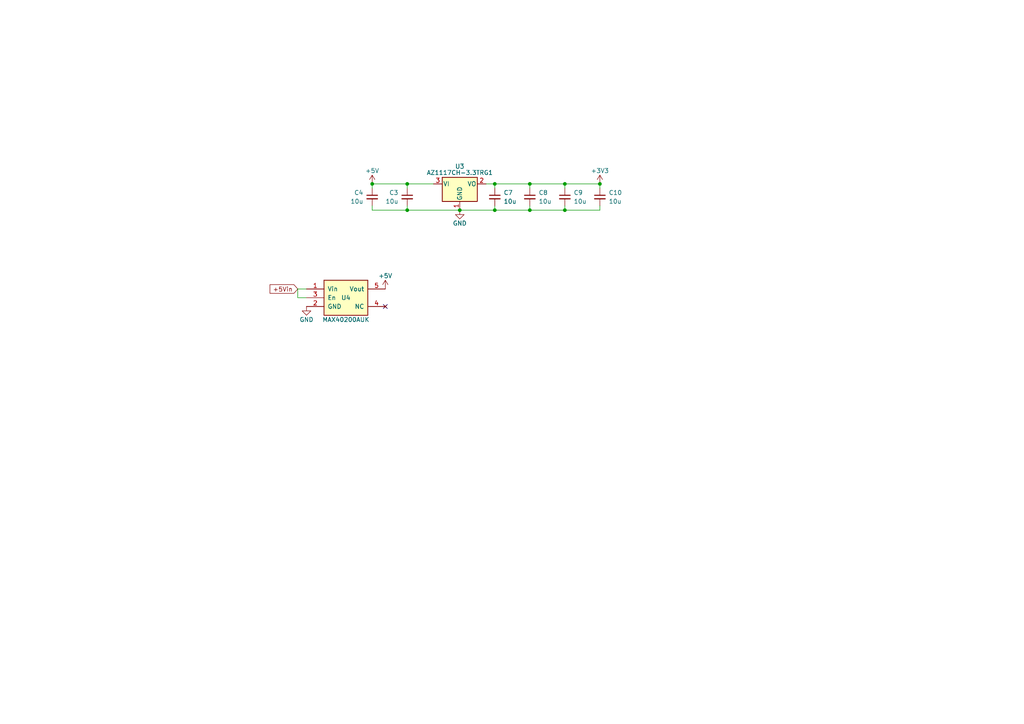
<source format=kicad_sch>
(kicad_sch (version 20231120) (generator "eeschema") (generator_version "8.0")
  (paper "A4")
  (title_block (title "WarpSE (GW4410A)") (date "2024-04-23") (rev "1.0") (company "Garrett's Workshop"))
  (lib_symbols
    (symbol "Device:C_Small" (pin_numbers hide) (pin_names (offset 0.254) hide)
      (property "Reference" "C" (at 0.254 1.778 0))
      (property "Value" "C_Small" (at 0.254 -2.032 0))
      (symbol "C_Small_0_1"
        (polyline (pts (xy -1.524 -0.508) (xy 1.524 -0.508)) (stroke (width 0.3302)))
        (polyline (pts (xy -1.524 0.508) (xy 1.524 0.508)) (stroke (width 0.3048)))
      )
      (symbol "C_Small_1_1"
        (pin passive line (at 0 2.54 270) (length 2.032) (name "~") (number "1"))
        (pin passive line (at 0 -2.54 90) (length 2.032) (name "~") (number "2"))
      )
    )
    (symbol "GW_Power:MAX40200AUK" (pin_names (offset 1.016))
      (property "Reference" "U" (at 0 6.35 0))
      (property "Value" "MAX40200AUK" (at 0 -6.35 0))
      (property "Footprint" "stdpads:SOT-353" (at 0 -7.62 0))
      (symbol "MAX40200AUK_0_1"
        (rectangle (start -6.35 5.08) (end 6.35 -5.08) (stroke (width 0.254)) (fill (type background)))
      )
      (symbol "MAX40200AUK_1_1"
        (pin power_in line (at -11.43 2.54 0) (length 5.08) (name "Vin") (number "1"))
        (pin power_in line (at -11.43 -2.54 0) (length 5.08) (name "GND") (number "2"))
        (pin input line (at -11.43 0 0) (length 5.08) (name "En") (number "3"))
        (pin no_connect line (at 11.43 -2.54 180) (length 5.08) (name "NC") (number "4"))
        (pin power_out line (at 11.43 2.54 180) (length 5.08) (name "Vout") (number "5"))
      )
    )
    (symbol "Regulator_Linear:AP1117-33" (pin_names (offset 0.254))
      (property "Reference" "U" (at -3.81 3.175 0))
      (property "Value" "AP1117-33" (at 0 3.175 0))
      (symbol "AP1117-33_0_1"
        (rectangle (start -5.08 -5.08) (end 5.08 1.905) (stroke (width 0.254)) (fill (type background)))
      )
      (symbol "AP1117-33_1_1"
        (pin power_in line (at 0 -7.62 90) (length 2.54) (name "GND") (number "1"))
        (pin power_out line (at 7.62 0 180) (length 2.54) (name "VO") (number "2"))
        (pin power_in line (at -7.62 0 0) (length 2.54) (name "VI") (number "3"))
      )
    )
    (symbol "power:+3V3" (power) (pin_names (offset 0))
      (property "Value" "+3V3" (at 0 3.556 0))
      (symbol "+3V3_0_1"
        (polyline (pts (xy -0.762 1.27) (xy 0 2.54)))
        (polyline (pts (xy 0 0) (xy 0 2.54)))
        (polyline (pts (xy 0 2.54) (xy 0.762 1.27)))
      )
      (symbol "+3V3_1_1"
        (pin power_in line (at 0 0 90) (length 0) hide (name "+3V3") (number "1"))
      )
    )
    (symbol "power:+5V" (power) (pin_names (offset 0))
      (property "Value" "+5V" (at 0 3.556 0))
      (symbol "+5V_0_1"
        (polyline (pts (xy -0.762 1.27) (xy 0 2.54)))
        (polyline (pts (xy 0 0) (xy 0 2.54)))
        (polyline (pts (xy 0 2.54) (xy 0.762 1.27)))
      )
      (symbol "+5V_1_1"
        (pin power_in line (at 0 0 90) (length 0) hide (name "+5V") (number "1"))
      )
    )
    (symbol "power:GND" (power) (pin_names (offset 0))
      (property "Value" "GND" (at 0 -3.81 0))
      (symbol "GND_0_1"
        (polyline (pts (xy 0 0) (xy 0 -1.27) (xy 1.27 -1.27) (xy 0 -2.54) (xy -1.27 -1.27) (xy 0 -1.27)))
      )
      (symbol "GND_1_1"
        (pin power_in line (at 0 0 270) (length 0) hide (name "GND") (number "1"))
      )
    )
  )
  (junction (at 153.67 60.96))
  (junction (at 133.35 60.96))
  (junction (at 163.83 60.96))
  (junction (at 118.11 60.96))
  (junction (at 153.67 53.34))
  (junction (at 143.51 53.34))
  (junction (at 107.95 53.34))
  (junction (at 118.11 53.34))
  (junction (at 173.99 53.34))
  (junction (at 163.83 53.34))
  (junction (at 143.51 60.96))
  (no_connect (at 111.76 88.9))
  (wire (pts (xy 163.83 53.34) (xy 173.99 53.34)))
  (wire (pts (xy 163.83 60.96) (xy 153.67 60.96)))
  (wire (pts (xy 133.35 60.96) (xy 143.51 60.96)))
  (wire (pts (xy 153.67 53.34) (xy 163.83 53.34)))
  (wire (pts (xy 118.11 53.34) (xy 107.95 53.34)))
  (wire (pts (xy 118.11 53.34) (xy 125.73 53.34)))
  (wire (pts (xy 107.95 60.96) (xy 118.11 60.96)))
  (wire (pts (xy 86.36 83.82) (xy 88.9 83.82)))
  (wire (pts (xy 118.11 59.69) (xy 118.11 60.96)))
  (wire (pts (xy 107.95 53.34) (xy 107.95 54.61)))
  (wire (pts (xy 153.67 59.69) (xy 153.67 60.96)))
  (wire (pts (xy 163.83 59.69) (xy 163.83 60.96)))
  (wire (pts (xy 163.83 53.34) (xy 163.83 54.61)))
  (wire (pts (xy 86.36 86.36) (xy 88.9 86.36)))
  (wire (pts (xy 153.67 53.34) (xy 153.67 54.61)))
  (wire (pts (xy 107.95 59.69) (xy 107.95 60.96)))
  (wire (pts (xy 143.51 60.96) (xy 143.51 59.69)))
  (wire (pts (xy 173.99 59.69) (xy 173.99 60.96)))
  (wire (pts (xy 140.97 53.34) (xy 143.51 53.34)))
  (wire (pts (xy 173.99 53.34) (xy 173.99 54.61)))
  (wire (pts (xy 118.11 60.96) (xy 133.35 60.96)))
  (wire (pts (xy 143.51 53.34) (xy 143.51 54.61)))
  (wire (pts (xy 118.11 53.34) (xy 118.11 54.61)))
  (wire (pts (xy 86.36 83.82) (xy 86.36 86.36)))
  (wire (pts (xy 153.67 60.96) (xy 143.51 60.96)))
  (wire (pts (xy 143.51 53.34) (xy 153.67 53.34)))
  (wire (pts (xy 173.99 60.96) (xy 163.83 60.96)))
  (global_label "+5Vin" (shape input) (at 86.36 83.82 180) (property "Intersheetrefs" "${INTERSHEET_REFS}" (effects (hide yes))))
  (symbol (lib_id "Regulator_Linear:AP1117-33") (at 133.35 53.34 0) (unit 1)
    (property "Reference" "U3" (at 133.35 48.26 0))
    (property "Value" "AZ1117CH-3.3TRG1" (at 133.35 50.8 0) (effects (justify bottom)))
    (property "Footprint" "stdpads:SOT-223" (effects (hide yes)))
    (property "LCSC Part" "C92102" (effects (hide yes)))
  )
  (symbol (lib_id "power:+5V") (at 107.95 53.34 0) (unit 1)
    (property "Reference" "#PWR0129" (effects (hide yes)))
    (property "Value" "+5V" (at 107.95 49.53 0))
  )
  (symbol (lib_id "power:GND") (at 133.35 60.96 0) (unit 1)
    (property "Reference" "#PWR0130" (effects (hide yes)))
    (property "Value" "GND" (at 133.35 64.77 0))
  )
  (symbol (lib_id "Device:C_Small") (at 118.11 57.15 0) (unit 1)
    (property "Reference" "C3" (at 115.57 55.88 0) (effects (justify right)))
    (property "Value" "10u" (at 115.57 58.42 0) (effects (justify right)))
    (property "Footprint" "stdpads:C_0805" (effects (hide yes)))
    (property "LCSC Part" "C15850" (effects (hide yes)))
  )
  (symbol (lib_id "Device:C_Small") (at 143.51 57.15 0) (mirror y) (unit 1)
    (property "Reference" "C7" (at 146.05 55.88 0) (effects (justify right)))
    (property "Value" "10u" (at 146.05 58.42 0) (effects (justify right)))
    (property "Footprint" "stdpads:C_0805" (effects (hide yes)))
    (property "LCSC Part" "C15850" (effects (hide yes)))
  )
  (symbol (lib_id "Device:C_Small") (at 153.67 57.15 0) (mirror y) (unit 1)
    (property "Reference" "C8" (at 156.21 55.88 0) (effects (justify right)))
    (property "Value" "10u" (at 156.21 58.42 0) (effects (justify right)))
    (property "Footprint" "stdpads:C_0805" (effects (hide yes)))
    (property "LCSC Part" "C15850" (effects (hide yes)))
  )
  (symbol (lib_id "GW_Power:MAX40200AUK") (at 100.33 86.36 0) (unit 1)
    (property "Reference" "U4" (at 100.33 86.36 0))
    (property "Value" "MAX40200AUK" (at 100.33 92.71 0))
    (property "Footprint" "stdpads:SOT-353" (effects (hide yes)))
  )
  (symbol (lib_id "Device:C_Small") (at 163.83 57.15 0) (mirror y) (unit 1)
    (property "Reference" "C9" (at 166.37 55.88 0) (effects (justify right)))
    (property "Value" "10u" (at 166.37 58.42 0) (effects (justify right)))
    (property "Footprint" "stdpads:C_0805" (effects (hide yes)))
    (property "LCSC Part" "C15850" (effects (hide yes)))
  )
  (symbol (lib_id "power:GND") (at 88.9 88.9 0) (unit 1)
    (property "Reference" "#PWR030" (effects (hide yes)))
    (property "Value" "GND" (at 88.9 92.71 0))
  )
  (symbol (lib_id "power:+5V") (at 111.76 83.82 0) (unit 1)
    (property "Reference" "#PWR029" (effects (hide yes)))
    (property "Value" "+5V" (at 111.76 80.01 0))
  )
  (symbol (lib_id "power:+3V3") (at 173.99 53.34 0) (unit 1)
    (property "Reference" "#PWR025" (effects (hide yes)))
    (property "Value" "+3V3" (at 173.99 49.53 0))
  )
  (symbol (lib_id "Device:C_Small") (at 107.95 57.15 0) (unit 1)
    (property "Reference" "C4" (at 105.41 55.88 0) (effects (justify right)))
    (property "Value" "10u" (at 105.41 58.42 0) (effects (justify right)))
    (property "Footprint" "stdpads:C_0805" (effects (hide yes)))
    (property "LCSC Part" "C15850" (effects (hide yes)))
  )
  (symbol (lib_id "Device:C_Small") (at 173.99 57.15 0) (mirror y) (unit 1)
    (property "Reference" "C10" (at 176.53 55.88 0) (effects (justify right)))
    (property "Value" "10u" (at 176.53 58.42 0) (effects (justify right)))
    (property "Footprint" "stdpads:C_0805" (effects (hide yes)))
    (property "LCSC Part" "C15850" (effects (hide yes)))
  )
)
</source>
